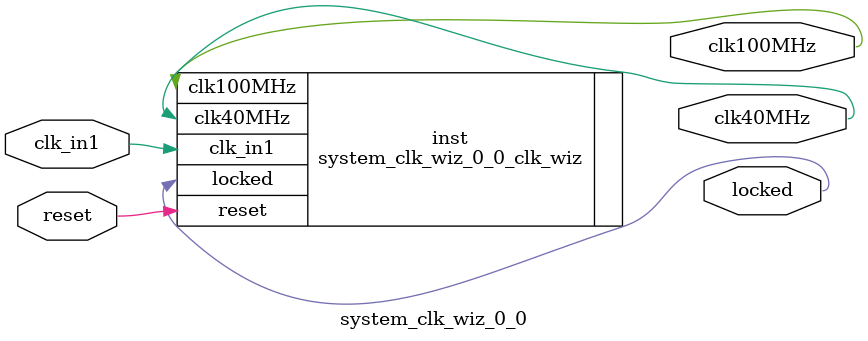
<source format=v>


`timescale 1ps/1ps

(* CORE_GENERATION_INFO = "system_clk_wiz_0_0,clk_wiz_v6_0_2_0_0,{component_name=system_clk_wiz_0_0,use_phase_alignment=true,use_min_o_jitter=false,use_max_i_jitter=false,use_dyn_phase_shift=false,use_inclk_switchover=false,use_dyn_reconfig=false,enable_axi=0,feedback_source=FDBK_AUTO,PRIMITIVE=MMCM,num_out_clk=2,clkin1_period=10.000,clkin2_period=10.000,use_power_down=false,use_reset=true,use_locked=true,use_inclk_stopped=false,feedback_type=SINGLE,CLOCK_MGR_TYPE=NA,manual_override=false}" *)

module system_clk_wiz_0_0 
 (
  // Clock out ports
  output        clk40MHz,
  output        clk100MHz,
  // Status and control signals
  input         reset,
  output        locked,
 // Clock in ports
  input         clk_in1
 );

  system_clk_wiz_0_0_clk_wiz inst
  (
  // Clock out ports  
  .clk40MHz(clk40MHz),
  .clk100MHz(clk100MHz),
  // Status and control signals               
  .reset(reset), 
  .locked(locked),
 // Clock in ports
  .clk_in1(clk_in1)
  );

endmodule

</source>
